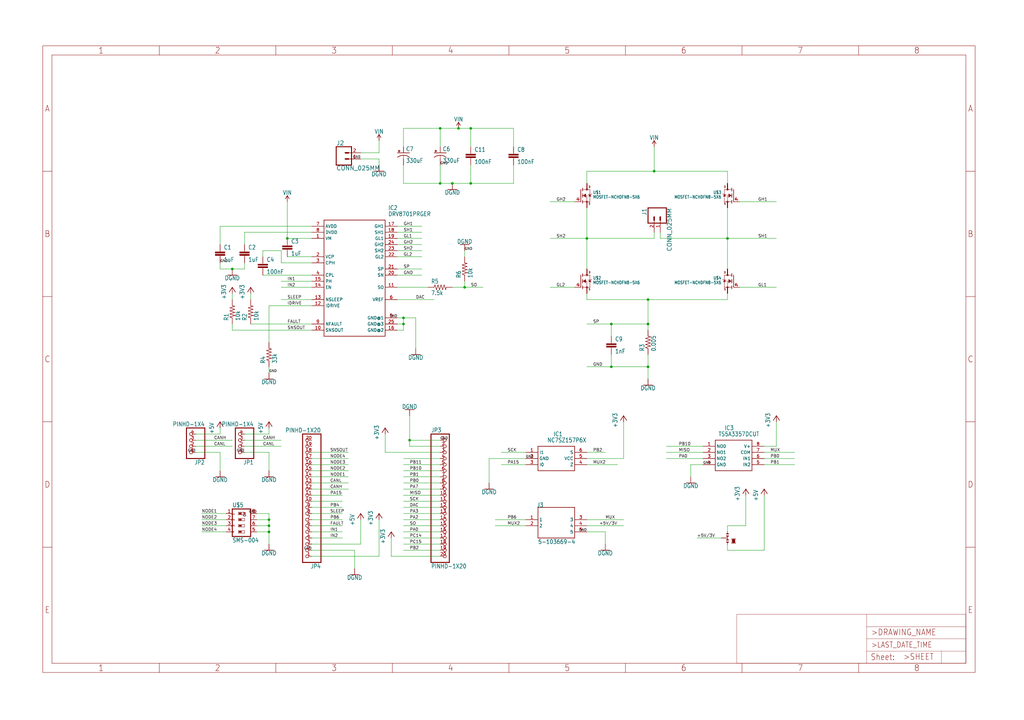
<source format=kicad_sch>
(kicad_sch (version 20211123) (generator eeschema)
  (paper "User" 425.45 299.161)
  (lib_symbols
    (symbol "arm controller single-eagle-import:+3V3" (power)
      (property "Value" "+3V3" (at -2.54 -5.08 90))
      (symbol "+3V3_1_0"
        (pin power_in line (at 0 -2.54 90) (length 2.54) (name "+3V3") (number "1"))
      )
    )
    (symbol "arm controller single-eagle-import:+5V" (power)
      (property "Value" "+5V" (at -2.54 -5.08 90))
      (symbol "+5V_1_0"
        (pin power_in line (at 0 -2.54 90) (length 2.54) (name "+5V") (number "1"))
      )
    )
    (symbol "arm controller single-eagle-import:0R-JUMPB"
      (symbol "0R-JUMPB_1_0"
        (pin passive line (at 0 2.54 270) (length 0) (name "1") (number "1"))
        (pin passive line (at 2.54 0 180) (length 2.54) (name "2") (number "2"))
        (pin passive line (at 0 -2.54 90) (length 0) (name "3") (number "3"))
      )
    )
    (symbol "arm controller single-eagle-import:5-103669-4"
      (property "Reference" "J" (at -8.1293 7.6287 0))
      (property "Value" "5-103669-4" (at -7.6272 -7.6272 0))
      (symbol "5-103669-4_1_0"
        (pin passive line (at -12.7 2.54 0) (length 5.08) (name "1") (number "1"))
        (pin passive line (at -12.7 0 0) (length 5.08) (name "2") (number "2"))
        (pin passive line (at 12.7 2.54 180) (length 5.08) (name "3") (number "3"))
        (pin passive line (at 12.7 0 180) (length 5.08) (name "4") (number "4"))
        (pin passive line (at 12.7 -2.54 180) (length 5.08) (name "5") (number "5"))
      )
    )
    (symbol "arm controller single-eagle-import:A3L-LOC"
      (symbol "A3L-LOC_0_0"
        (text "1" (at 24.2094 1.905 0) (effects (font (size 2.54 2.286))))
        (text "1" (at 24.2094 258.445 0) (effects (font (size 2.54 2.286))))
        (text "2" (at 72.6281 1.905 0) (effects (font (size 2.54 2.286))))
        (text "2" (at 72.6281 258.445 0) (effects (font (size 2.54 2.286))))
        (text "3" (at 121.0469 1.905 0) (effects (font (size 2.54 2.286))))
        (text "3" (at 121.0469 258.445 0) (effects (font (size 2.54 2.286))))
        (text "4" (at 169.4656 1.905 0) (effects (font (size 2.54 2.286))))
        (text "4" (at 169.4656 258.445 0) (effects (font (size 2.54 2.286))))
        (text "5" (at 217.8844 1.905 0) (effects (font (size 2.54 2.286))))
        (text "5" (at 217.8844 258.445 0) (effects (font (size 2.54 2.286))))
        (text "6" (at 266.3031 1.905 0) (effects (font (size 2.54 2.286))))
        (text "6" (at 266.3031 258.445 0) (effects (font (size 2.54 2.286))))
        (text "7" (at 314.7219 1.905 0) (effects (font (size 2.54 2.286))))
        (text "7" (at 314.7219 258.445 0) (effects (font (size 2.54 2.286))))
        (text "8" (at 363.1406 1.905 0) (effects (font (size 2.54 2.286))))
        (text "8" (at 363.1406 258.445 0) (effects (font (size 2.54 2.286))))
        (text "A" (at 1.905 234.315 0) (effects (font (size 2.54 2.286))))
        (text "A" (at 385.445 234.315 0) (effects (font (size 2.54 2.286))))
        (text "B" (at 1.905 182.245 0) (effects (font (size 2.54 2.286))))
        (text "B" (at 385.445 182.245 0) (effects (font (size 2.54 2.286))))
        (text "C" (at 1.905 130.175 0) (effects (font (size 2.54 2.286))))
        (text "C" (at 385.445 130.175 0) (effects (font (size 2.54 2.286))))
        (text "D" (at 1.905 78.105 0) (effects (font (size 2.54 2.286))))
        (text "D" (at 385.445 78.105 0) (effects (font (size 2.54 2.286))))
        (text "E" (at 1.905 26.035 0) (effects (font (size 2.54 2.286))))
        (text "E" (at 385.445 26.035 0) (effects (font (size 2.54 2.286))))
      )
      (symbol "A3L-LOC_1_0"
        (text ">DRAWING_NAME" (at 344.17 15.24 0) (effects (font (size 2.54 2.159)) (justify left bottom)))
        (text ">LAST_DATE_TIME" (at 344.17 10.16 0) (effects (font (size 2.286 1.9431)) (justify left bottom)))
        (text ">SHEET" (at 357.505 5.08 0) (effects (font (size 2.54 2.159)) (justify left bottom)))
        (text "Sheet:" (at 343.916 4.953 0) (effects (font (size 2.54 2.159)) (justify left bottom)))
      )
    )
    (symbol "arm controller single-eagle-import:C-EUC0805"
      (property "Reference" "C" (at 1.524 0.381 0))
      (property "Value" "C-EUC0805" (at 1.524 -4.699 0))
      (symbol "C-EUC0805_1_0"
        (pin passive line (at 0 2.54 270) (length 2.54) (name "1") (number "1"))
        (pin passive line (at 0 -5.08 90) (length 2.54) (name "2") (number "2"))
      )
    )
    (symbol "arm controller single-eagle-import:CONN_025MM"
      (property "Reference" "J" (at -2.54 5.588 0))
      (property "Value" "CONN_025MM" (at -2.54 -4.826 0))
      (symbol "CONN_025MM_1_0"
        (pin passive line (at 7.62 0 180) (length 5.08) (name "1") (number "1"))
        (pin passive line (at 7.62 2.54 180) (length 5.08) (name "2") (number "2"))
      )
    )
    (symbol "arm controller single-eagle-import:CPOL-US140CLH-1010"
      (property "Reference" "C" (at 1.016 0.635 0))
      (property "Value" "CPOL-US140CLH-1010" (at 1.016 -4.191 0))
      (symbol "CPOL-US140CLH-1010_1_0"
        (pin passive line (at 0 2.54 270) (length 2.54) (name "+") (number "+"))
        (pin passive line (at 0 -5.08 90) (length 2.54) (name "-") (number "-"))
      )
    )
    (symbol "arm controller single-eagle-import:DGND" (power)
      (property "Value" "DGND" (at 0 -0.254 0))
      (symbol "DGND_1_0"
        (pin power_in line (at 0 2.54 270) (length 2.54) (name "GND") (number "1"))
      )
    )
    (symbol "arm controller single-eagle-import:DRV8701PRGER"
      (property "Reference" "IC" (at 13.97 27.94 0))
      (property "Value" "DRV8701PRGER" (at 13.97 25.4 0))
      (symbol "DRV8701PRGER_1_0"
        (pin bidirectional line (at -17.78 15.24 0) (length 5.08) (name "VM") (number "1"))
        (pin bidirectional line (at -17.78 -22.86 0) (length 5.08) (name "SNSOUT") (number "10"))
        (pin bidirectional line (at 17.78 -5.08 180) (length 5.08) (name "SO") (number "11"))
        (pin bidirectional line (at -17.78 -12.7 0) (length 5.08) (name "IDRIVE") (number "12"))
        (pin bidirectional line (at -17.78 -10.16 0) (length 5.08) (name "NSLEEP") (number "13"))
        (pin bidirectional line (at -17.78 -5.08 0) (length 5.08) (name "EN") (number "14"))
        (pin bidirectional line (at -17.78 -2.54 0) (length 5.08) (name "PH") (number "15"))
        (pin bidirectional line (at 17.78 -22.86 180) (length 5.08) (name "GND@2") (number "16"))
        (pin bidirectional line (at 17.78 20.32 180) (length 5.08) (name "GH1") (number "17"))
        (pin bidirectional line (at 17.78 17.78 180) (length 5.08) (name "SH1") (number "18"))
        (pin bidirectional line (at 17.78 15.24 180) (length 5.08) (name "GL1") (number "19"))
        (pin bidirectional line (at -17.78 7.62 0) (length 5.08) (name "VCP") (number "2"))
        (pin bidirectional line (at 17.78 0 180) (length 5.08) (name "SN") (number "20"))
        (pin bidirectional line (at 17.78 2.54 180) (length 5.08) (name "SP") (number "21"))
        (pin bidirectional line (at 17.78 7.62 180) (length 5.08) (name "GL2") (number "22"))
        (pin bidirectional line (at 17.78 10.16 180) (length 5.08) (name "SH2") (number "23"))
        (pin bidirectional line (at 17.78 12.7 180) (length 5.08) (name "GH2") (number "24"))
        (pin bidirectional line (at 17.78 -20.32 180) (length 5.08) (name "GND@3") (number "25"))
        (pin bidirectional line (at -17.78 5.08 0) (length 5.08) (name "CPH") (number "3"))
        (pin bidirectional line (at -17.78 0 0) (length 5.08) (name "CPL") (number "4"))
        (pin bidirectional line (at 17.78 -17.78 180) (length 5.08) (name "GND@1") (number "5"))
        (pin bidirectional line (at 17.78 -10.16 180) (length 5.08) (name "VREF") (number "6"))
        (pin bidirectional line (at -17.78 20.32 0) (length 5.08) (name "AVDD") (number "7"))
        (pin bidirectional line (at -17.78 17.78 0) (length 5.08) (name "DVDD") (number "8"))
        (pin bidirectional line (at -17.78 -20.32 0) (length 5.08) (name "NFAULT") (number "9"))
      )
    )
    (symbol "arm controller single-eagle-import:MOSFET-NCHDFN8-5X6"
      (property "Value" "MOSFET-NCHDFN8-5X6" (at 0 -1.27 0))
      (symbol "MOSFET-NCHDFN8-5X6_1_0"
        (text "D" (at -1.905 3.175 0) (effects (font (size 0.8128 0.6908)) (justify left bottom)))
        (text "G" (at -6.35 -1.905 0) (effects (font (size 0.8128 0.6908)) (justify left bottom)))
        (text "S" (at -1.905 -3.81 0) (effects (font (size 0.8128 0.6908)) (justify left bottom)))
        (pin bidirectional line (at -2.54 -5.08 90) (length 2.54) (name "S") (number "1"))
        (pin bidirectional line (at -2.54 -5.08 90) (length 2.54) (name "S") (number "2"))
        (pin bidirectional line (at -2.54 -5.08 90) (length 2.54) (name "S") (number "3"))
        (pin bidirectional line (at -7.62 -2.54 0) (length 2.54) (name "G") (number "4"))
        (pin bidirectional line (at -2.54 5.08 270) (length 2.54) (name "D") (number "5"))
        (pin bidirectional line (at -2.54 5.08 270) (length 2.54) (name "D") (number "6"))
        (pin bidirectional line (at -2.54 5.08 270) (length 2.54) (name "D") (number "7"))
        (pin bidirectional line (at -2.54 5.08 270) (length 2.54) (name "D") (number "8"))
        (pin bidirectional line (at -2.54 5.08 270) (length 2.54) (name "D") (number "9"))
      )
    )
    (symbol "arm controller single-eagle-import:NC7SZ157P6X"
      (property "Reference" "IC" (at 8.89 10.16 0))
      (property "Value" "NC7SZ157P6X" (at 8.89 7.62 0))
      (symbol "NC7SZ157P6X_1_0"
        (pin input line (at -12.7 2.54 0) (length 5.08) (name "I1") (number "1"))
        (pin power_in line (at -12.7 0 0) (length 5.08) (name "GND") (number "2"))
        (pin input line (at -12.7 -2.54 0) (length 5.08) (name "I0") (number "3"))
        (pin output line (at 12.7 -2.54 180) (length 5.08) (name "Z") (number "4"))
        (pin power_in line (at 12.7 0 180) (length 5.08) (name "VCC") (number "5"))
        (pin input line (at 12.7 2.54 180) (length 5.08) (name "S") (number "6"))
      )
    )
    (symbol "arm controller single-eagle-import:PINHD-1X20"
      (property "Reference" "JP" (at -6.35 26.035 0))
      (property "Value" "PINHD-1X20" (at -6.35 -30.48 0))
      (symbol "PINHD-1X20_1_0"
        (pin passive inverted (at -2.54 22.86 0) (length 2.54) (name "1") (number "1"))
        (pin passive inverted (at -2.54 0 0) (length 2.54) (name "10") (number "10"))
        (pin passive inverted (at -2.54 -2.54 0) (length 2.54) (name "11") (number "11"))
        (pin passive inverted (at -2.54 -5.08 0) (length 2.54) (name "12") (number "12"))
        (pin passive inverted (at -2.54 -7.62 0) (length 2.54) (name "13") (number "13"))
        (pin passive inverted (at -2.54 -10.16 0) (length 2.54) (name "14") (number "14"))
        (pin passive inverted (at -2.54 -12.7 0) (length 2.54) (name "15") (number "15"))
        (pin passive inverted (at -2.54 -15.24 0) (length 2.54) (name "16") (number "16"))
        (pin passive inverted (at -2.54 -17.78 0) (length 2.54) (name "17") (number "17"))
        (pin passive inverted (at -2.54 -20.32 0) (length 2.54) (name "18") (number "18"))
        (pin passive inverted (at -2.54 -22.86 0) (length 2.54) (name "19") (number "19"))
        (pin passive inverted (at -2.54 20.32 0) (length 2.54) (name "2") (number "2"))
        (pin passive inverted (at -2.54 -25.4 0) (length 2.54) (name "20") (number "20"))
        (pin passive inverted (at -2.54 17.78 0) (length 2.54) (name "3") (number "3"))
        (pin passive inverted (at -2.54 15.24 0) (length 2.54) (name "4") (number "4"))
        (pin passive inverted (at -2.54 12.7 0) (length 2.54) (name "5") (number "5"))
        (pin passive inverted (at -2.54 10.16 0) (length 2.54) (name "6") (number "6"))
        (pin passive inverted (at -2.54 7.62 0) (length 2.54) (name "7") (number "7"))
        (pin passive inverted (at -2.54 5.08 0) (length 2.54) (name "8") (number "8"))
        (pin passive inverted (at -2.54 2.54 0) (length 2.54) (name "9") (number "9"))
      )
    )
    (symbol "arm controller single-eagle-import:PINHD-1X4"
      (property "Reference" "JP" (at -6.35 8.255 0))
      (property "Value" "PINHD-1X4" (at -6.35 -7.62 0))
      (symbol "PINHD-1X4_1_0"
        (pin passive inverted (at -2.54 5.08 0) (length 2.54) (name "1") (number "1"))
        (pin passive inverted (at -2.54 2.54 0) (length 2.54) (name "2") (number "2"))
        (pin passive inverted (at -2.54 0 0) (length 2.54) (name "3") (number "3"))
        (pin passive inverted (at -2.54 -2.54 0) (length 2.54) (name "4") (number "4"))
      )
    )
    (symbol "arm controller single-eagle-import:R-US_M0805"
      (property "Reference" "R" (at -3.81 1.4986 0))
      (property "Value" "R-US_M0805" (at -3.81 -3.302 0))
      (symbol "R-US_M0805_1_0"
        (pin passive line (at -5.08 0 0) (length 2.54) (name "1") (number "1"))
        (pin passive line (at 5.08 0 180) (length 2.54) (name "2") (number "2"))
      )
    )
    (symbol "arm controller single-eagle-import:R-US_WSC4527"
      (property "Reference" "R" (at -3.81 1.4986 0))
      (property "Value" "R-US_WSC4527" (at -3.81 -3.302 0))
      (symbol "R-US_WSC4527_1_0"
        (pin passive line (at -5.08 0 0) (length 2.54) (name "1") (number "1"))
        (pin passive line (at 5.08 0 180) (length 2.54) (name "2") (number "2"))
      )
    )
    (symbol "arm controller single-eagle-import:SMS-004"
      (property "Value" "SMS-004" (at 9.525 -2.54 90))
      (symbol "SMS-004_1_0"
        (text "1" (at -2.794 -1.651 0) (effects (font (size 0.9906 0.842) (thickness 0.1684) bold) (justify left bottom)))
        (text "2" (at -0.508 -1.651 0) (effects (font (size 0.9906 0.842) (thickness 0.1684) bold) (justify left bottom)))
        (text "3" (at 2.032 -1.651 0) (effects (font (size 0.9906 0.842) (thickness 0.1684) bold) (justify left bottom)))
        (text "4" (at 4.572 -1.651 0) (effects (font (size 0.9906 0.842) (thickness 0.1684) bold) (justify left bottom)))
        (text "ON" (at -3.175 3.175 0) (effects (font (size 0.9906 0.842) (thickness 0.1684) bold) (justify left bottom)))
        (pin passive line (at -2.54 -5.08 90) (length 2.54) (name "1") (number "1"))
        (pin passive line (at 0 -5.08 90) (length 2.54) (name "2") (number "2"))
        (pin passive line (at 2.54 -5.08 90) (length 2.54) (name "3") (number "3"))
        (pin passive line (at 5.08 -5.08 90) (length 2.54) (name "4") (number "4"))
        (pin passive line (at 5.08 7.62 270) (length 2.54) (name "5") (number "5"))
        (pin passive line (at 2.54 7.62 270) (length 2.54) (name "6") (number "6"))
        (pin passive line (at 0 7.62 270) (length 2.54) (name "7") (number "7"))
        (pin passive line (at -2.54 7.62 270) (length 2.54) (name "8") (number "8"))
      )
    )
    (symbol "arm controller single-eagle-import:TS5A3357DCUT"
      (property "Reference" "IC" (at 8.89 10.16 0))
      (property "Value" "TS5A3357DCUT" (at 8.89 7.62 0))
      (symbol "TS5A3357DCUT_1_0"
        (pin bidirectional line (at -12.7 2.54 0) (length 5.08) (name "NO0") (number "1"))
        (pin bidirectional line (at -12.7 0 0) (length 5.08) (name "NO1") (number "2"))
        (pin bidirectional line (at -12.7 -2.54 0) (length 5.08) (name "NO2") (number "3"))
        (pin power_in line (at -12.7 -5.08 0) (length 5.08) (name "GND") (number "4"))
        (pin input line (at 12.7 -5.08 180) (length 5.08) (name "IN2") (number "5"))
        (pin input line (at 12.7 -2.54 180) (length 5.08) (name "IN1") (number "6"))
        (pin bidirectional line (at 12.7 0 180) (length 5.08) (name "COM") (number "7"))
        (pin bidirectional line (at 12.7 2.54 180) (length 5.08) (name "V+") (number "8"))
      )
    )
    (symbol "arm controller single-eagle-import:VIN" (power)
      (property "Value" "VIN" (at 0 2.794 0))
      (symbol "VIN_1_0"
        (pin power_in line (at 0 0 90) (length 2.54) (name "VIN") (number "1"))
      )
    )
  )
  (junction (at 195.58 53.34))
  (junction (at 269.24 152.4))
  (junction (at 111.76 220.98))
  (junction (at 111.76 215.9))
  (junction (at 167.64 132.08))
  (junction (at 254 152.4))
  (junction (at 119.38 99.06))
  (junction (at 187.96 76.2))
  (junction (at 269.24 124.46))
  (junction (at 111.76 218.44))
  (junction (at 195.58 76.2))
  (junction (at 302.26 99.06))
  (junction (at 167.64 134.62))
  (junction (at 269.24 134.62))
  (junction (at 271.78 71.12))
  (junction (at 254 134.62))
  (junction (at 182.88 53.34))
  (junction (at 96.52 111.76))
  (junction (at 243.84 99.06))
  (junction (at 182.88 76.2))
  (junction (at 190.5 53.34))
  (junction (at 170.18 182.88))
  (junction (at 193.04 119.38))
  (wire (pts (xy 93.98 220.98) (xy 83.82 220.98)))
  (wire (pts (xy 147.32 228.6) (xy 147.32 236.22)))
  (wire (pts (xy 149.86 66.04) (xy 157.48 66.04)))
  (wire (pts (xy 129.54 187.96) (xy 144.78 187.96)))
  (wire (pts (xy 187.96 119.38) (xy 193.04 119.38)))
  (wire (pts (xy 274.32 96.52) (xy 274.32 99.06)))
  (wire (pts (xy 193.04 104.14) (xy 193.04 106.68)))
  (wire (pts (xy 167.64 134.62) (xy 167.64 132.08)))
  (wire (pts (xy 165.1 93.98) (xy 175.26 93.98)))
  (wire (pts (xy 302.26 220.98) (xy 302.26 218.44)))
  (wire (pts (xy 91.44 93.98) (xy 129.54 93.98)))
  (wire (pts (xy 165.1 101.6) (xy 175.26 101.6)))
  (wire (pts (xy 129.54 124.46) (xy 116.84 124.46)))
  (wire (pts (xy 317.5 205.74) (xy 317.5 228.6)))
  (wire (pts (xy 269.24 137.16) (xy 269.24 134.62)))
  (wire (pts (xy 309.88 205.74) (xy 309.88 218.44)))
  (wire (pts (xy 129.54 218.44) (xy 142.24 218.44)))
  (wire (pts (xy 111.76 187.96) (xy 111.76 195.58)))
  (wire (pts (xy 269.24 157.48) (xy 269.24 152.4)))
  (wire (pts (xy 101.6 182.88) (xy 116.84 182.88)))
  (wire (pts (xy 111.76 213.36) (xy 111.76 215.9)))
  (wire (pts (xy 292.1 187.96) (xy 276.86 187.96)))
  (wire (pts (xy 129.54 210.82) (xy 142.24 210.82)))
  (wire (pts (xy 182.88 185.42) (xy 170.18 185.42)))
  (wire (pts (xy 302.26 71.12) (xy 302.26 76.2)))
  (wire (pts (xy 167.64 53.34) (xy 167.64 60.96)))
  (wire (pts (xy 149.86 215.9) (xy 149.86 226.06)))
  (wire (pts (xy 111.76 127) (xy 111.76 142.24)))
  (wire (pts (xy 101.6 180.34) (xy 111.76 180.34)))
  (wire (pts (xy 302.26 111.76) (xy 302.26 99.06)))
  (wire (pts (xy 167.64 137.16) (xy 167.64 134.62)))
  (wire (pts (xy 111.76 218.44) (xy 111.76 220.98)))
  (wire (pts (xy 182.88 223.52) (xy 167.64 223.52)))
  (wire (pts (xy 182.88 193.04) (xy 167.64 193.04)))
  (wire (pts (xy 302.26 124.46) (xy 302.26 121.92)))
  (wire (pts (xy 111.76 180.34) (xy 111.76 177.8)))
  (wire (pts (xy 182.88 76.2) (xy 187.96 76.2)))
  (wire (pts (xy 129.54 226.06) (xy 149.86 226.06)))
  (wire (pts (xy 119.38 83.82) (xy 119.38 99.06)))
  (wire (pts (xy 165.1 137.16) (xy 167.64 137.16)))
  (wire (pts (xy 243.84 218.44) (xy 259.08 218.44)))
  (wire (pts (xy 129.54 215.9) (xy 142.24 215.9)))
  (wire (pts (xy 243.84 124.46) (xy 269.24 124.46)))
  (wire (pts (xy 157.48 215.9) (xy 157.48 231.14)))
  (wire (pts (xy 195.58 53.34) (xy 195.58 60.96)))
  (wire (pts (xy 96.52 111.76) (xy 101.6 111.76)))
  (wire (pts (xy 254 139.7) (xy 254 134.62)))
  (wire (pts (xy 162.56 231.14) (xy 182.88 231.14)))
  (wire (pts (xy 101.6 185.42) (xy 116.84 185.42)))
  (wire (pts (xy 218.44 187.96) (xy 208.28 187.96)))
  (wire (pts (xy 96.52 124.46) (xy 96.52 121.92)))
  (wire (pts (xy 129.54 116.84) (xy 116.84 116.84)))
  (wire (pts (xy 302.26 226.06) (xy 302.26 228.6)))
  (wire (pts (xy 111.76 215.9) (xy 111.76 218.44)))
  (wire (pts (xy 238.76 83.82) (xy 228.6 83.82)))
  (wire (pts (xy 109.22 104.14) (xy 109.22 106.68)))
  (wire (pts (xy 182.88 190.5) (xy 167.64 190.5)))
  (wire (pts (xy 182.88 205.74) (xy 167.64 205.74)))
  (wire (pts (xy 129.54 109.22) (xy 116.84 109.22)))
  (wire (pts (xy 292.1 193.04) (xy 287.02 193.04)))
  (wire (pts (xy 302.26 228.6) (xy 317.5 228.6)))
  (wire (pts (xy 116.84 104.14) (xy 109.22 104.14)))
  (wire (pts (xy 157.48 66.04) (xy 157.48 68.58)))
  (wire (pts (xy 129.54 119.38) (xy 116.84 119.38)))
  (wire (pts (xy 218.44 190.5) (xy 203.2 190.5)))
  (wire (pts (xy 129.54 190.5) (xy 144.78 190.5)))
  (wire (pts (xy 129.54 134.62) (xy 104.14 134.62)))
  (wire (pts (xy 218.44 218.44) (xy 205.74 218.44)))
  (wire (pts (xy 109.22 114.3) (xy 129.54 114.3)))
  (wire (pts (xy 292.1 185.42) (xy 276.86 185.42)))
  (wire (pts (xy 243.84 220.98) (xy 251.46 220.98)))
  (wire (pts (xy 106.68 220.98) (xy 111.76 220.98)))
  (wire (pts (xy 165.1 119.38) (xy 177.8 119.38)))
  (wire (pts (xy 129.54 195.58) (xy 144.78 195.58)))
  (wire (pts (xy 251.46 220.98) (xy 251.46 226.06)))
  (wire (pts (xy 182.88 187.96) (xy 160.02 187.96)))
  (wire (pts (xy 307.34 83.82) (xy 322.58 83.82)))
  (wire (pts (xy 111.76 127) (xy 129.54 127)))
  (wire (pts (xy 81.28 182.88) (xy 96.52 182.88)))
  (wire (pts (xy 243.84 193.04) (xy 256.54 193.04)))
  (wire (pts (xy 101.6 111.76) (xy 101.6 109.22)))
  (wire (pts (xy 165.1 106.68) (xy 175.26 106.68)))
  (wire (pts (xy 160.02 187.96) (xy 160.02 180.34)))
  (wire (pts (xy 238.76 119.38) (xy 228.6 119.38)))
  (wire (pts (xy 91.44 109.22) (xy 91.44 111.76)))
  (wire (pts (xy 91.44 93.98) (xy 91.44 101.6)))
  (wire (pts (xy 254 134.62) (xy 269.24 134.62)))
  (wire (pts (xy 213.36 53.34) (xy 213.36 60.96)))
  (wire (pts (xy 302.26 99.06) (xy 302.26 86.36)))
  (wire (pts (xy 182.88 208.28) (xy 167.64 208.28)))
  (wire (pts (xy 111.76 220.98) (xy 111.76 226.06)))
  (wire (pts (xy 182.88 53.34) (xy 167.64 53.34)))
  (wire (pts (xy 182.88 53.34) (xy 190.5 53.34)))
  (wire (pts (xy 91.44 187.96) (xy 91.44 195.58)))
  (wire (pts (xy 149.86 63.5) (xy 157.48 63.5)))
  (wire (pts (xy 269.24 152.4) (xy 269.24 147.32)))
  (wire (pts (xy 182.88 198.12) (xy 167.64 198.12)))
  (wire (pts (xy 129.54 96.52) (xy 101.6 96.52)))
  (wire (pts (xy 116.84 109.22) (xy 116.84 104.14)))
  (wire (pts (xy 81.28 185.42) (xy 96.52 185.42)))
  (wire (pts (xy 91.44 180.34) (xy 91.44 177.8)))
  (wire (pts (xy 129.54 198.12) (xy 144.78 198.12)))
  (wire (pts (xy 129.54 228.6) (xy 147.32 228.6)))
  (wire (pts (xy 243.84 187.96) (xy 251.46 187.96)))
  (wire (pts (xy 203.2 190.5) (xy 203.2 200.66)))
  (wire (pts (xy 243.84 111.76) (xy 243.84 99.06)))
  (wire (pts (xy 299.72 223.52) (xy 289.56 223.52)))
  (wire (pts (xy 182.88 220.98) (xy 167.64 220.98)))
  (wire (pts (xy 243.84 215.9) (xy 259.08 215.9)))
  (wire (pts (xy 182.88 228.6) (xy 167.64 228.6)))
  (wire (pts (xy 106.68 218.44) (xy 111.76 218.44)))
  (wire (pts (xy 182.88 210.82) (xy 167.64 210.82)))
  (wire (pts (xy 317.5 187.96) (xy 330.2 187.96)))
  (wire (pts (xy 129.54 200.66) (xy 144.78 200.66)))
  (wire (pts (xy 182.88 53.34) (xy 182.88 60.96)))
  (wire (pts (xy 182.88 200.66) (xy 167.64 200.66)))
  (wire (pts (xy 276.86 190.5) (xy 292.1 190.5)))
  (wire (pts (xy 111.76 154.94) (xy 111.76 152.4)))
  (wire (pts (xy 129.54 223.52) (xy 142.24 223.52)))
  (wire (pts (xy 193.04 119.38) (xy 200.66 119.38)))
  (wire (pts (xy 271.78 60.96) (xy 271.78 71.12)))
  (wire (pts (xy 172.72 132.08) (xy 172.72 144.78)))
  (wire (pts (xy 129.54 137.16) (xy 96.52 137.16)))
  (wire (pts (xy 165.1 99.06) (xy 175.26 99.06)))
  (wire (pts (xy 104.14 121.92) (xy 104.14 124.46)))
  (wire (pts (xy 195.58 76.2) (xy 195.58 68.58)))
  (wire (pts (xy 307.34 119.38) (xy 322.58 119.38)))
  (wire (pts (xy 218.44 193.04) (xy 208.28 193.04)))
  (wire (pts (xy 195.58 53.34) (xy 213.36 53.34)))
  (wire (pts (xy 129.54 99.06) (xy 119.38 99.06)))
  (wire (pts (xy 167.64 203.2) (xy 182.88 203.2)))
  (wire (pts (xy 165.1 111.76) (xy 175.26 111.76)))
  (wire (pts (xy 254 152.4) (xy 269.24 152.4)))
  (wire (pts (xy 93.98 218.44) (xy 83.82 218.44)))
  (wire (pts (xy 269.24 134.62) (xy 269.24 124.46)))
  (wire (pts (xy 182.88 213.36) (xy 167.64 213.36)))
  (wire (pts (xy 182.88 218.44) (xy 167.64 218.44)))
  (wire (pts (xy 193.04 116.84) (xy 193.04 119.38)))
  (wire (pts (xy 287.02 193.04) (xy 287.02 198.12)))
  (wire (pts (xy 170.18 185.42) (xy 170.18 182.88)))
  (wire (pts (xy 106.68 213.36) (xy 111.76 213.36)))
  (wire (pts (xy 129.54 208.28) (xy 142.24 208.28)))
  (wire (pts (xy 243.84 190.5) (xy 259.08 190.5)))
  (wire (pts (xy 271.78 71.12) (xy 302.26 71.12)))
  (wire (pts (xy 190.5 53.34) (xy 195.58 53.34)))
  (wire (pts (xy 93.98 213.36) (xy 83.82 213.36)))
  (wire (pts (xy 243.84 76.2) (xy 243.84 71.12)))
  (wire (pts (xy 129.54 205.74) (xy 142.24 205.74)))
  (wire (pts (xy 254 147.32) (xy 254 152.4)))
  (wire (pts (xy 243.84 99.06) (xy 271.78 99.06)))
  (wire (pts (xy 129.54 231.14) (xy 157.48 231.14)))
  (wire (pts (xy 317.5 185.42) (xy 322.58 185.42)))
  (wire (pts (xy 165.1 124.46) (xy 180.34 124.46)))
  (wire (pts (xy 243.84 121.92) (xy 243.84 124.46)))
  (wire (pts (xy 81.28 180.34) (xy 91.44 180.34)))
  (wire (pts (xy 129.54 203.2) (xy 144.78 203.2)))
  (wire (pts (xy 254 152.4) (xy 243.84 152.4)))
  (wire (pts (xy 182.88 195.58) (xy 167.64 195.58)))
  (wire (pts (xy 187.96 76.2) (xy 195.58 76.2)))
  (wire (pts (xy 243.84 99.06) (xy 243.84 86.36)))
  (wire (pts (xy 129.54 220.98) (xy 142.24 220.98)))
  (wire (pts (xy 269.24 124.46) (xy 302.26 124.46)))
  (wire (pts (xy 81.28 187.96) (xy 91.44 187.96)))
  (wire (pts (xy 170.18 182.88) (xy 170.18 172.72)))
  (wire (pts (xy 162.56 223.52) (xy 162.56 231.14)))
  (wire (pts (xy 182.88 226.06) (xy 167.64 226.06)))
  (wire (pts (xy 302.26 99.06) (xy 322.58 99.06)))
  (wire (pts (xy 129.54 106.68) (xy 119.38 106.68)))
  (wire (pts (xy 167.64 132.08) (xy 172.72 132.08)))
  (wire (pts (xy 167.64 76.2) (xy 182.88 76.2)))
  (wire (pts (xy 322.58 185.42) (xy 322.58 175.26)))
  (wire (pts (xy 254 134.62) (xy 243.84 134.62)))
  (wire (pts (xy 213.36 76.2) (xy 195.58 76.2)))
  (wire (pts (xy 243.84 99.06) (xy 228.6 99.06)))
  (wire (pts (xy 259.08 190.5) (xy 259.08 175.26)))
  (wire (pts (xy 129.54 213.36) (xy 142.24 213.36)))
  (wire (pts (xy 101.6 96.52) (xy 101.6 101.6)))
  (wire (pts (xy 182.88 215.9) (xy 167.64 215.9)))
  (wire (pts (xy 218.44 215.9) (xy 205.74 215.9)))
  (wire (pts (xy 302.26 218.44) (xy 309.88 218.44)))
  (wire (pts (xy 317.5 190.5) (xy 330.2 190.5)))
  (wire (pts (xy 91.44 111.76) (xy 96.52 111.76)))
  (wire (pts (xy 129.54 193.04) (xy 144.78 193.04)))
  (wire (pts (xy 96.52 137.16) (xy 96.52 134.62)))
  (wire (pts (xy 213.36 68.58) (xy 213.36 76.2)))
  (wire (pts (xy 165.1 104.14) (xy 175.26 104.14)))
  (wire (pts (xy 182.88 68.58) (xy 182.88 76.2)))
  (wire (pts (xy 165.1 114.3) (xy 175.26 114.3)))
  (wire (pts (xy 157.48 63.5) (xy 157.48 58.42)))
  (wire (pts (xy 317.5 193.04) (xy 330.2 193.04)))
  (wire (pts (xy 274.32 99.06) (xy 302.26 99.06)))
  (wire (pts (xy 165.1 96.52) (xy 175.26 96.52)))
  (wire (pts (xy 165.1 134.62) (xy 167.64 134.62)))
  (wire (pts (xy 106.68 215.9) (xy 111.76 215.9)))
  (wire (pts (xy 93.98 215.9) (xy 83.82 215.9)))
  (wire (pts (xy 170.18 182.88) (xy 182.88 182.88)))
  (wire (pts (xy 101.6 187.96) (xy 111.76 187.96)))
  (wire (pts (xy 165.1 132.08) (xy 167.64 132.08)))
  (wire (pts (xy 243.84 71.12) (xy 271.78 71.12)))
  (wire (pts (xy 167.64 68.58) (xy 167.64 76.2)))
  (wire (pts (xy 271.78 99.06) (xy 271.78 96.52)))
  (label "PB4" (at 137.16 210.82 0) (effects (font (size 1.2446 1.2446))))
  (label "SO" (at 195.58 119.38 0) (effects (font (size 1.2446 1.2446))))
  (label "CANL" (at 109.22 185.42 0) (effects (font (size 1.2446 1.2446))))
  (label "IDRIVE" (at 119.38 127 0) (effects (font (size 1.2446 1.2446))))
  (label "SLEEP" (at 119.38 124.46 0) (effects (font (size 1.2446 1.2446))))
  (label "PB6" (at 210.82 215.9 0) (effects (font (size 1.2446 1.2446))))
  (label "SO" (at 170.18 218.44 0) (effects (font (size 1.2446 1.2446))))
  (label "MUX2" (at 210.82 218.44 0) (effects (font (size 1.2446 1.2446))))
  (label "GND" (at 182.88 68.58 0) (effects (font (size 1.016 1.016))))
  (label "GND" (at 111.76 154.94 0) (effects (font (size 1.016 1.016))))
  (label "NODE4" (at 137.16 190.5 0) (effects (font (size 1.2446 1.2446))))
  (label "PB2" (at 170.18 228.6 0) (effects (font (size 1.2446 1.2446))))
  (label "PB0" (at 320.04 190.5 0) (effects (font (size 1.2446 1.2446))))
  (label "SH2" (at 167.64 104.14 0) (effects (font (size 1.2446 1.2446))))
  (label "NODE2" (at 137.16 195.58 0) (effects (font (size 1.2446 1.2446))))
  (label "SNSOUT" (at 137.16 187.96 0) (effects (font (size 1.2446 1.2446))))
  (label "IN2" (at 137.16 223.52 0) (effects (font (size 1.2446 1.2446))))
  (label "GH2" (at 231.14 83.82 0) (effects (font (size 1.2446 1.2446))))
  (label "PA0" (at 281.94 190.5 0) (effects (font (size 1.2446 1.2446))))
  (label "MISO" (at 170.18 205.74 0) (effects (font (size 1.2446 1.2446))))
  (label "GND" (at 292.1 193.04 0) (effects (font (size 1.016 1.016))))
  (label "PA3" (at 170.18 213.36 0) (effects (font (size 1.2446 1.2446))))
  (label "PA15" (at 137.16 205.74 0) (effects (font (size 1.2446 1.2446))))
  (label "SCK" (at 170.18 208.28 0) (effects (font (size 1.2446 1.2446))))
  (label "GND" (at 91.44 109.22 0) (effects (font (size 1.016 1.016))))
  (label "GND" (at 167.64 114.3 0) (effects (font (size 1.2446 1.2446))))
  (label "PB0" (at 170.18 200.66 0) (effects (font (size 1.2446 1.2446))))
  (label "GH2" (at 167.64 101.6 0) (effects (font (size 1.2446 1.2446))))
  (label "PB1" (at 320.04 193.04 0) (effects (font (size 1.2446 1.2446))))
  (label "GL1" (at 167.64 99.06 0) (effects (font (size 1.2446 1.2446))))
  (label "FAULT" (at 137.16 218.44 0) (effects (font (size 1.2446 1.2446))))
  (label "NODE1" (at 83.82 213.36 0) (effects (font (size 1.2446 1.2446))))
  (label "PB2" (at 246.38 187.96 0) (effects (font (size 1.2446 1.2446))))
  (label "GL2" (at 231.14 119.38 0) (effects (font (size 1.2446 1.2446))))
  (label "PA7" (at 170.18 203.2 0) (effects (font (size 1.2446 1.2446))))
  (label "PC15" (at 170.18 226.06 0) (effects (font (size 1.2446 1.2446))))
  (label "GND" (at 193.04 104.14 0) (effects (font (size 1.016 1.016))))
  (label "IN1" (at 137.16 220.98 0) (effects (font (size 1.2446 1.2446))))
  (label "SLEEP" (at 137.16 213.36 0) (effects (font (size 1.2446 1.2446))))
  (label "PB10" (at 281.94 185.42 0) (effects (font (size 1.2446 1.2446))))
  (label "GND" (at 243.84 220.98 180) (effects (font (size 1.016 1.016))))
  (label "CANH" (at 109.22 182.88 0) (effects (font (size 1.2446 1.2446))))
  (label "PA2" (at 170.18 215.9 0) (effects (font (size 1.2446 1.2446))))
  (label "NODE2" (at 83.82 215.9 0) (effects (font (size 1.2446 1.2446))))
  (label "PA15" (at 210.82 193.04 0) (effects (font (size 1.2446 1.2446))))
  (label "GH1" (at 167.64 93.98 0) (effects (font (size 1.2446 1.2446))))
  (label "MUX" (at 251.46 215.9 0) (effects (font (size 1.2446 1.2446))))
  (label "CANL" (at 137.16 200.66 0) (effects (font (size 1.2446 1.2446))))
  (label "CANH" (at 88.9 182.88 0) (effects (font (size 1.2446 1.2446))))
  (label "GND" (at 149.86 66.04 180) (effects (font (size 1.016 1.016))))
  (label "PB11" (at 170.18 193.04 0) (effects (font (size 1.2446 1.2446))))
  (label "PC14" (at 170.18 223.52 0) (effects (font (size 1.2446 1.2446))))
  (label "PB1" (at 170.18 198.12 0) (effects (font (size 1.2446 1.2446))))
  (label "SP" (at 246.38 134.62 0) (effects (font (size 1.2446 1.2446))))
  (label "SH2" (at 231.14 99.06 0) (effects (font (size 1.2446 1.2446))))
  (label "+5V/3V" (at 248.92 218.44 0) (effects (font (size 1.2446 1.2446))))
  (label "GL1" (at 314.96 119.38 0) (effects (font (size 1.2446 1.2446))))
  (label "GND" (at 165.1 132.08 180) (effects (font (size 1.016 1.016))))
  (label "DAC" (at 170.18 210.82 0) (effects (font (size 1.2446 1.2446))))
  (label "IN1" (at 119.38 116.84 0) (effects (font (size 1.2446 1.2446))))
  (label "GND" (at 106.68 213.36 180) (effects (font (size 1.016 1.016))))
  (label "SH1" (at 167.64 96.52 0) (effects (font (size 1.2446 1.2446))))
  (label "SH1" (at 314.96 99.06 0) (effects (font (size 1.2446 1.2446))))
  (label "SNSOUT" (at 119.38 137.16 0) (effects (font (size 1.2446 1.2446))))
  (label "NODE4" (at 83.82 220.98 0) (effects (font (size 1.2446 1.2446))))
  (label "NODE3" (at 137.16 193.04 0) (effects (font (size 1.2446 1.2446))))
  (label "DAC" (at 172.72 124.46 0) (effects (font (size 1.2446 1.2446))))
  (label "SP" (at 167.64 111.76 0) (effects (font (size 1.2446 1.2446))))
  (label "GND" (at 129.54 228.6 180) (effects (font (size 1.016 1.016))))
  (label "GH1" (at 314.96 83.82 0) (effects (font (size 1.2446 1.2446))))
  (label "NODE3" (at 83.82 218.44 0) (effects (font (size 1.2446 1.2446))))
  (label "SCK" (at 210.82 187.96 0) (effects (font (size 1.2446 1.2446))))
  (label "NODE1" (at 137.16 198.12 0) (effects (font (size 1.2446 1.2446))))
  (label "PB6" (at 137.16 215.9 0) (effects (font (size 1.2446 1.2446))))
  (label "IN2" (at 119.38 119.38 0) (effects (font (size 1.2446 1.2446))))
  (label "FAULT" (at 119.38 134.62 0) (effects (font (size 1.2446 1.2446))))
  (label "+5V/3V" (at 289.56 223.52 0) (effects (font (size 1.2446 1.2446))))
  (label "GND" (at 182.88 182.88 0) (effects (font (size 1.016 1.016))))
  (label "GND" (at 81.28 187.96 180) (effects (font (size 1.016 1.016))))
  (label "CANL" (at 88.9 185.42 0) (effects (font (size 1.2446 1.2446))))
  (label "GND" (at 246.38 152.4 0) (effects (font (size 1.2446 1.2446))))
  (label "PB10" (at 170.18 195.58 0) (effects (font (size 1.2446 1.2446))))
  (label "PA0" (at 170.18 220.98 0) (effects (font (size 1.2446 1.2446))))
  (label "CANH" (at 137.16 203.2 0) (effects (font (size 1.2446 1.2446))))
  (label "GL2" (at 167.64 106.68 0) (effects (font (size 1.2446 1.2446))))
  (label "GND" (at 218.44 190.5 0) (effects (font (size 1.016 1.016))))
  (label "MUX2" (at 246.38 193.04 0) (effects (font (size 1.2446 1.2446))))
  (label "MUX" (at 320.04 187.96 0) (effects (font (size 1.2446 1.2446))))
  (label "GND" (at 101.6 187.96 180) (effects (font (size 1.016 1.016))))
  (label "MISO" (at 281.94 187.96 0) (effects (font (size 1.2446 1.2446))))
  (symbol (lib_id "arm controller single-eagle-import:CPOL-US140CLH-1010") (at 167.64 63.5 0) (unit 1)
    (property "Reference" "C7" (at 168.656 62.865 0) (effects (font (size 1.778 1.5113)) (justify left bottom)))
    (property "Value" "330uF" (at 168.656 67.691 0) (effects (font (size 1.778 1.5113)) (justify left bottom)))
    (property "Footprint" "arm controller single:140CLH-1010" (effects hide))
  )
  (symbol (lib_id "arm controller single-eagle-import:C-EUC0805") (at 101.6 104.14 0) (unit 1)
    (property "Reference" "C2" (at 103.124 103.759 0) (effects (font (size 1.778 1.5113)) (justify left bottom)))
    (property "Value" "1uF" (at 103.124 108.839 0) (effects (font (size 1.778 1.5113)) (justify left bottom)))
    (property "Footprint" "arm controller single:C0805" (effects hide))
  )
  (symbol (lib_id "arm controller single-eagle-import:+3V3") (at 160.02 177.8 0) (unit 1)
    (property "Reference" "#+3V1" (effects hide))
    (property "Value" "+3V3" (at 157.48 182.88 90) (effects (font (size 1.778 1.5113)) (justify left bottom)))
    (property "Footprint" "arm controller single:" (effects hide))
  )
  (symbol (lib_id "arm controller single-eagle-import:C-EUC0805") (at 119.38 101.6 0) (unit 1)
    (property "Reference" "C3" (at 120.904 101.219 0) (effects (font (size 1.778 1.5113)) (justify left bottom)))
    (property "Value" "1uF" (at 120.904 106.299 0) (effects (font (size 1.778 1.5113)) (justify left bottom)))
    (property "Footprint" "arm controller single:C0805" (effects hide))
  )
  (symbol (lib_id "arm controller single-eagle-import:0R-JUMPB") (at 302.26 223.52 180) (unit 1)
    (property "Reference" "JMP1" (effects hide))
    (property "Value" "0R-JUMPB" (effects hide))
    (property "Footprint" "arm controller single:B0R-JMP" (effects hide))
  )
  (symbol (lib_id "arm controller single-eagle-import:C-EUC0805") (at 254 142.24 0) (unit 1)
    (property "Reference" "C9" (at 255.524 141.859 0) (effects (font (size 1.778 1.5113)) (justify left bottom)))
    (property "Value" "1nF" (at 255.524 146.939 0) (effects (font (size 1.778 1.5113)) (justify left bottom)))
    (property "Footprint" "arm controller single:C0805" (effects hide))
  )
  (symbol (lib_id "arm controller single-eagle-import:+3V3") (at 104.14 119.38 0) (unit 1)
    (property "Reference" "#+3V8" (effects hide))
    (property "Value" "+3V3" (at 101.6 124.46 90) (effects (font (size 1.778 1.5113)) (justify left bottom)))
    (property "Footprint" "arm controller single:" (effects hide))
  )
  (symbol (lib_id "arm controller single-eagle-import:DRV8701PRGER") (at 147.32 114.3 0) (unit 1)
    (property "Reference" "IC2" (at 161.29 86.36 0) (effects (font (size 1.778 1.5113)) (justify left)))
    (property "Value" "DRV8701PRGER" (at 161.29 88.9 0) (effects (font (size 1.778 1.5113)) (justify left)))
    (property "Footprint" "arm controller single:QFN50P400X400X100-25N" (effects hide))
  )
  (symbol (lib_id "arm controller single-eagle-import:DGND") (at 96.52 114.3 0) (unit 1)
    (property "Reference" "#GND6" (effects hide))
    (property "Value" "DGND" (at 96.52 114.554 0) (effects (font (size 1.778 1.5113)) (justify top)))
    (property "Footprint" "arm controller single:" (effects hide))
  )
  (symbol (lib_id "arm controller single-eagle-import:CONN_025MM") (at 274.32 88.9 90) (mirror x) (unit 1)
    (property "Reference" "J1" (at 268.732 86.36 0) (effects (font (size 1.778 1.778)) (justify left bottom)))
    (property "Value" "CONN_025MM" (at 279.146 86.36 0) (effects (font (size 1.778 1.778)) (justify left bottom)))
    (property "Footprint" "arm controller single:SCREWTERMINAL-5MM-2" (effects hide))
  )
  (symbol (lib_id "arm controller single-eagle-import:R-US_M0805") (at 111.76 147.32 90) (unit 1)
    (property "Reference" "R4" (at 110.2614 151.13 0) (effects (font (size 1.778 1.5113)) (justify left bottom)))
    (property "Value" "33k" (at 115.062 151.13 0) (effects (font (size 1.778 1.5113)) (justify left bottom)))
    (property "Footprint" "arm controller single:M0805" (effects hide))
  )
  (symbol (lib_id "arm controller single-eagle-import:C-EUC0805") (at 213.36 63.5 0) (unit 1)
    (property "Reference" "C8" (at 214.884 63.119 0) (effects (font (size 1.778 1.5113)) (justify left bottom)))
    (property "Value" "100nF" (at 214.884 68.199 0) (effects (font (size 1.778 1.5113)) (justify left bottom)))
    (property "Footprint" "arm controller single:C0805" (effects hide))
  )
  (symbol (lib_id "arm controller single-eagle-import:DGND") (at 91.44 198.12 0) (unit 1)
    (property "Reference" "#GND19" (effects hide))
    (property "Value" "DGND" (at 91.44 198.374 0) (effects (font (size 1.778 1.5113)) (justify top)))
    (property "Footprint" "arm controller single:" (effects hide))
  )
  (symbol (lib_id "arm controller single-eagle-import:C-EUC0805") (at 109.22 109.22 0) (unit 1)
    (property "Reference" "C4" (at 110.744 108.839 0) (effects (font (size 1.778 1.5113)) (justify left bottom)))
    (property "Value" "100nF" (at 110.744 113.919 0) (effects (font (size 1.778 1.5113)) (justify left bottom)))
    (property "Footprint" "arm controller single:C0805" (effects hide))
  )
  (symbol (lib_id "arm controller single-eagle-import:TS5A3357DCUT") (at 304.8 187.96 0) (unit 1)
    (property "Reference" "IC3" (at 300.99 177.8 0) (effects (font (size 1.778 1.5113)) (justify left)))
    (property "Value" "TS5A3357DCUT" (at 298.45 180.34 0) (effects (font (size 1.778 1.5113)) (justify left)))
    (property "Footprint" "arm controller single:SOP50P310X90-8N" (effects hide))
  )
  (symbol (lib_id "arm controller single-eagle-import:MOSFET-NCHDFN8-5X6") (at 246.38 116.84 0) (unit 1)
    (property "Reference" "U$2" (at 246.38 116.205 0) (effects (font (size 1.27 1.0795)) (justify left bottom)))
    (property "Value" "MOSFET-NCHDFN8-5X6" (at 246.38 118.11 0) (effects (font (size 1.27 1.0795)) (justify left bottom)))
    (property "Footprint" "arm controller single:ALOM_DFN5X6_8L_EP1_P" (effects hide))
  )
  (symbol (lib_id "arm controller single-eagle-import:C-EUC0805") (at 91.44 104.14 0) (unit 1)
    (property "Reference" "C1" (at 92.964 103.759 0) (effects (font (size 1.778 1.5113)) (justify left bottom)))
    (property "Value" "1uF" (at 92.964 108.839 0) (effects (font (size 1.778 1.5113)) (justify left bottom)))
    (property "Footprint" "arm controller single:C0805" (effects hide))
  )
  (symbol (lib_id "arm controller single-eagle-import:DGND") (at 203.2 203.2 0) (unit 1)
    (property "Reference" "#GND3" (effects hide))
    (property "Value" "DGND" (at 203.2 203.454 0) (effects (font (size 1.778 1.5113)) (justify top)))
    (property "Footprint" "arm controller single:" (effects hide))
  )
  (symbol (lib_id "arm controller single-eagle-import:DGND") (at 147.32 238.76 0) (unit 1)
    (property "Reference" "#GND2" (effects hide))
    (property "Value" "DGND" (at 147.32 239.014 0) (effects (font (size 1.778 1.5113)) (justify top)))
    (property "Footprint" "arm controller single:" (effects hide))
  )
  (symbol (lib_id "arm controller single-eagle-import:DGND") (at 251.46 228.6 0) (unit 1)
    (property "Reference" "#GND24" (effects hide))
    (property "Value" "DGND" (at 251.46 228.854 0) (effects (font (size 1.778 1.5113)) (justify top)))
    (property "Footprint" "arm controller single:" (effects hide))
  )
  (symbol (lib_id "arm controller single-eagle-import:DGND") (at 193.04 101.6 180) (unit 1)
    (property "Reference" "#GND10" (effects hide))
    (property "Value" "DGND" (at 193.04 101.346 0) (effects (font (size 1.778 1.5113)) (justify top)))
    (property "Footprint" "arm controller single:" (effects hide))
  )
  (symbol (lib_id "arm controller single-eagle-import:+5V") (at 149.86 213.36 0) (unit 1)
    (property "Reference" "#P+1" (effects hide))
    (property "Value" "+5V" (at 147.32 218.44 90) (effects (font (size 1.778 1.5113)) (justify left bottom)))
    (property "Footprint" "arm controller single:" (effects hide))
  )
  (symbol (lib_id "arm controller single-eagle-import:0R-JUMPB") (at 304.8 226.06 180) (unit 2)
    (property "Reference" "JMP1" (effects hide))
    (property "Value" "0R-JUMPB" (effects hide))
    (property "Footprint" "arm controller single:B0R-JMP" (effects hide))
  )
  (symbol (lib_id "arm controller single-eagle-import:+3V3") (at 322.58 172.72 0) (unit 1)
    (property "Reference" "#+3V5" (effects hide))
    (property "Value" "+3V3" (at 320.04 177.8 90) (effects (font (size 1.778 1.5113)) (justify left bottom)))
    (property "Footprint" "arm controller single:" (effects hide))
  )
  (symbol (lib_id "arm controller single-eagle-import:PINHD-1X20") (at 127 208.28 180) (unit 1)
    (property "Reference" "JP4" (at 133.35 234.315 0) (effects (font (size 1.778 1.5113)) (justify left bottom)))
    (property "Value" "PINHD-1X20" (at 133.35 177.8 0) (effects (font (size 1.778 1.5113)) (justify left bottom)))
    (property "Footprint" "arm controller single:1X20" (effects hide))
  )
  (symbol (lib_id "arm controller single-eagle-import:DGND") (at 157.48 71.12 0) (unit 1)
    (property "Reference" "#GND14" (effects hide))
    (property "Value" "DGND" (at 157.48 71.374 0) (effects (font (size 1.778 1.5113)) (justify top)))
    (property "Footprint" "arm controller single:" (effects hide))
  )
  (symbol (lib_id "arm controller single-eagle-import:DGND") (at 170.18 170.18 180) (unit 1)
    (property "Reference" "#GND1" (effects hide))
    (property "Value" "DGND" (at 170.18 169.926 0) (effects (font (size 1.778 1.5113)) (justify top)))
    (property "Footprint" "arm controller single:" (effects hide))
  )
  (symbol (lib_id "arm controller single-eagle-import:R-US_M0805") (at 104.14 129.54 90) (unit 1)
    (property "Reference" "R2" (at 102.6414 133.35 0) (effects (font (size 1.778 1.5113)) (justify left bottom)))
    (property "Value" "10k" (at 107.442 133.35 0) (effects (font (size 1.778 1.5113)) (justify left bottom)))
    (property "Footprint" "arm controller single:M0805" (effects hide))
  )
  (symbol (lib_id "arm controller single-eagle-import:PINHD-1X20") (at 185.42 205.74 0) (unit 1)
    (property "Reference" "JP3" (at 179.07 179.705 0) (effects (font (size 1.778 1.5113)) (justify left bottom)))
    (property "Value" "PINHD-1X20" (at 179.07 236.22 0) (effects (font (size 1.778 1.5113)) (justify left bottom)))
    (property "Footprint" "arm controller single:1X20" (effects hide))
  )
  (symbol (lib_id "arm controller single-eagle-import:+3V3") (at 309.88 203.2 0) (unit 1)
    (property "Reference" "#+3V14" (effects hide))
    (property "Value" "+3V3" (at 307.34 208.28 90) (effects (font (size 1.778 1.5113)) (justify left bottom)))
    (property "Footprint" "arm controller single:" (effects hide))
  )
  (symbol (lib_id "arm controller single-eagle-import:VIN") (at 119.38 83.82 0) (unit 1)
    (property "Reference" "#SUPPLY1" (effects hide))
    (property "Value" "VIN" (at 119.38 81.026 0) (effects (font (size 1.778 1.5113)) (justify bottom)))
    (property "Footprint" "arm controller single:" (effects hide))
  )
  (symbol (lib_id "arm controller single-eagle-import:R-US_M0805") (at 182.88 119.38 0) (unit 1)
    (property "Reference" "R5" (at 179.07 117.8814 0) (effects (font (size 1.778 1.5113)) (justify left bottom)))
    (property "Value" "7.5k" (at 179.07 122.682 0) (effects (font (size 1.778 1.5113)) (justify left bottom)))
    (property "Footprint" "arm controller single:M0805" (effects hide))
  )
  (symbol (lib_id "arm controller single-eagle-import:+3V3") (at 162.56 220.98 0) (unit 1)
    (property "Reference" "#+3V3" (effects hide))
    (property "Value" "+3V3" (at 160.02 226.06 90) (effects (font (size 1.778 1.5113)) (justify left bottom)))
    (property "Footprint" "arm controller single:" (effects hide))
  )
  (symbol (lib_id "arm controller single-eagle-import:+3V3") (at 157.48 213.36 0) (unit 1)
    (property "Reference" "#+3V2" (effects hide))
    (property "Value" "+3V3" (at 154.94 218.44 90) (effects (font (size 1.778 1.5113)) (justify left bottom)))
    (property "Footprint" "arm controller single:" (effects hide))
  )
  (symbol (lib_id "arm controller single-eagle-import:VIN") (at 190.5 53.34 0) (unit 1)
    (property "Reference" "#SUPPLY2" (effects hide))
    (property "Value" "VIN" (at 190.5 50.546 0) (effects (font (size 1.778 1.5113)) (justify bottom)))
    (property "Footprint" "arm controller single:" (effects hide))
  )
  (symbol (lib_id "arm controller single-eagle-import:DGND") (at 111.76 228.6 0) (unit 1)
    (property "Reference" "#GND4" (effects hide))
    (property "Value" "DGND" (at 111.76 228.854 0) (effects (font (size 1.778 1.5113)) (justify top)))
    (property "Footprint" "arm controller single:" (effects hide))
  )
  (symbol (lib_id "arm controller single-eagle-import:5-103669-4") (at 231.14 218.44 0) (unit 1)
    (property "Reference" "J3" (at 223.0106 210.8112 0) (effects (font (size 1.78 1.513)) (justify left bottom)))
    (property "Value" "5-103669-4" (at 223.5127 226.0672 0) (effects (font (size 1.7797 1.5127)) (justify left bottom)))
    (property "Footprint" "arm controller single:TE_5-103669-4" (effects hide))
  )
  (symbol (lib_id "arm controller single-eagle-import:+5V") (at 91.44 175.26 0) (unit 1)
    (property "Reference" "#P+4" (effects hide))
    (property "Value" "+5V" (at 88.9 180.34 90) (effects (font (size 1.778 1.5113)) (justify left bottom)))
    (property "Footprint" "arm controller single:" (effects hide))
  )
  (symbol (lib_id "arm controller single-eagle-import:+5V") (at 317.5 203.2 0) (unit 1)
    (property "Reference" "#P+6" (effects hide))
    (property "Value" "+5V" (at 314.96 208.28 90) (effects (font (size 1.778 1.5113)) (justify left bottom)))
    (property "Footprint" "arm controller single:" (effects hide))
  )
  (symbol (lib_id "arm controller single-eagle-import:+3V3") (at 96.52 119.38 0) (unit 1)
    (property "Reference" "#+3V7" (effects hide))
    (property "Value" "+3V3" (at 93.98 124.46 90) (effects (font (size 1.778 1.5113)) (justify left bottom)))
    (property "Footprint" "arm controller single:" (effects hide))
  )
  (symbol (lib_id "arm controller single-eagle-import:+3V3") (at 259.08 172.72 0) (unit 1)
    (property "Reference" "#+3V4" (effects hide))
    (property "Value" "+3V3" (at 256.54 177.8 90) (effects (font (size 1.778 1.5113)) (justify left bottom)))
    (property "Footprint" "arm controller single:" (effects hide))
  )
  (symbol (lib_id "arm controller single-eagle-import:MOSFET-NCHDFN8-5X6") (at 299.72 81.28 0) (mirror y) (unit 1)
    (property "Reference" "U$3" (at 299.72 80.645 0) (effects (font (size 1.27 1.0795)) (justify left bottom)))
    (property "Value" "MOSFET-NCHDFN8-5X6" (at 299.72 82.55 0) (effects (font (size 1.27 1.0795)) (justify left bottom)))
    (property "Footprint" "arm controller single:ALOM_DFN5X6_8L_EP1_P" (effects hide))
  )
  (symbol (lib_id "arm controller single-eagle-import:A3L-LOC") (at 17.78 279.4 0) (unit 1)
    (property "Reference" "#FRAME1" (effects hide))
    (property "Value" "A3L-LOC" (effects hide))
    (property "Footprint" "arm controller single:" (effects hide))
  )
  (symbol (lib_id "arm controller single-eagle-import:DGND") (at 187.96 78.74 0) (unit 1)
    (property "Reference" "#GND13" (effects hide))
    (property "Value" "DGND" (at 187.96 78.994 0) (effects (font (size 1.778 1.5113)) (justify top)))
    (property "Footprint" "arm controller single:" (effects hide))
  )
  (symbol (lib_id "arm controller single-eagle-import:R-US_M0805") (at 193.04 111.76 90) (unit 1)
    (property "Reference" "R6" (at 191.5414 115.57 0) (effects (font (size 1.778 1.5113)) (justify left bottom)))
    (property "Value" "10k" (at 196.342 115.57 0) (effects (font (size 1.778 1.5113)) (justify left bottom)))
    (property "Footprint" "arm controller single:M0805" (effects hide))
  )
  (symbol (lib_id "arm controller single-eagle-import:SMS-004") (at 99.06 215.9 270) (unit 1)
    (property "Reference" "U$5" (at 96.52 210.82 90) (effects (font (size 1.778 1.5113)) (justify left bottom)))
    (property "Value" "SMS-004" (at 96.52 225.425 90) (effects (font (size 1.778 1.5113)) (justify left bottom)))
    (property "Footprint" "arm controller single:SMS-004" (effects hide))
  )
  (symbol (lib_id "arm controller single-eagle-import:CONN_025MM") (at 142.24 66.04 0) (unit 1)
    (property "Reference" "J2" (at 139.7 60.452 0) (effects (font (size 1.778 1.778)) (justify left bottom)))
    (property "Value" "CONN_025MM" (at 139.7 70.866 0) (effects (font (size 1.778 1.778)) (justify left bottom)))
    (property "Footprint" "arm controller single:SCREWTERMINAL-5MM-2" (effects hide))
  )
  (symbol (lib_id "arm controller single-eagle-import:DGND") (at 111.76 198.12 0) (unit 1)
    (property "Reference" "#GND18" (effects hide))
    (property "Value" "DGND" (at 111.76 198.374 0) (effects (font (size 1.778 1.5113)) (justify top)))
    (property "Footprint" "arm controller single:" (effects hide))
  )
  (symbol (lib_id "arm controller single-eagle-import:R-US_WSC4527") (at 269.24 142.24 90) (unit 1)
    (property "Reference" "R3" (at 267.7414 146.05 0) (effects (font (size 1.778 1.5113)) (justify left bottom)))
    (property "Value" "0.005" (at 272.542 146.05 0) (effects (font (size 1.778 1.5113)) (justify left bottom)))
    (property "Footprint" "arm controller single:WSC4527" (effects hide))
  )
  (symbol (lib_id "arm controller single-eagle-import:+5V") (at 111.76 175.26 0) (unit 1)
    (property "Reference" "#P+3" (effects hide))
    (property "Value" "+5V" (at 109.22 180.34 90) (effects (font (size 1.778 1.5113)) (justify left bottom)))
    (property "Footprint" "arm controller single:" (effects hide))
  )
  (symbol (lib_id "arm controller single-eagle-import:R-US_M0805") (at 96.52 129.54 90) (unit 1)
    (property "Reference" "R1" (at 95.0214 133.35 0) (effects (font (size 1.778 1.5113)) (justify left bottom)))
    (property "Value" "10k" (at 99.822 133.35 0) (effects (font (size 1.778 1.5113)) (justify left bottom)))
    (property "Footprint" "arm controller single:M0805" (effects hide))
  )
  (symbol (lib_id "arm controller single-eagle-import:C-EUC0805") (at 195.58 63.5 0) (unit 1)
    (property "Reference" "C11" (at 197.104 63.119 0) (effects (font (size 1.778 1.5113)) (justify left bottom)))
    (property "Value" "100nF" (at 197.104 68.199 0) (effects (font (size 1.778 1.5113)) (justify left bottom)))
    (property "Footprint" "arm controller single:C0805" (effects hide))
  )
  (symbol (lib_id "arm controller single-eagle-import:DGND") (at 111.76 157.48 0) (unit 1)
    (property "Reference" "#GND9" (effects hide))
    (property "Value" "DGND" (at 111.76 157.734 0) (effects (font (size 1.778 1.5113)) (justify top)))
    (property "Footprint" "arm controller single:" (effects hide))
  )
  (symbol (lib_id "arm controller single-eagle-import:PINHD-1X4") (at 99.06 182.88 180) (unit 1)
    (property "Reference" "JP1" (at 105.41 191.135 0) (effects (font (size 1.778 1.5113)) (justify left bottom)))
    (property "Value" "PINHD-1X4" (at 105.41 175.26 0) (effects (font (size 1.778 1.5113)) (justify left bottom)))
    (property "Footprint" "arm controller single:1X04" (effects hide))
  )
  (symbol (lib_id "arm controller single-eagle-import:PINHD-1X4") (at 78.74 182.88 180) (unit 1)
    (property "Reference" "JP2" (at 85.09 191.135 0) (effects (font (size 1.778 1.5113)) (justify left bottom)))
    (property "Value" "PINHD-1X4" (at 85.09 175.26 0) (effects (font (size 1.778 1.5113)) (justify left bottom)))
    (property "Footprint" "arm controller single:1X04" (effects hide))
  )
  (symbol (lib_id "arm controller single-eagle-import:DGND") (at 172.72 147.32 0) (unit 1)
    (property "Reference" "#GND7" (effects hide))
    (property "Value" "DGND" (at 172.72 147.574 0) (effects (font (size 1.778 1.5113)) (justify top)))
    (property "Footprint" "arm controller single:" (effects hide))
  )
  (symbol (lib_id "arm controller single-eagle-import:MOSFET-NCHDFN8-5X6") (at 299.72 116.84 0) (mirror y) (unit 1)
    (property "Reference" "U$4" (at 299.72 116.205 0) (effects (font (size 1.27 1.0795)) (justify left bottom)))
    (property "Value" "MOSFET-NCHDFN8-5X6" (at 299.72 118.11 0) (effects (font (size 1.27 1.0795)) (justify left bottom)))
    (property "Footprint" "arm controller single:ALOM_DFN5X6_8L_EP1_P" (effects hide))
  )
  (symbol (lib_id "arm controller single-eagle-import:DGND") (at 287.02 200.66 0) (unit 1)
    (property "Reference" "#GND5" (effects hide))
    (property "Value" "DGND" (at 287.02 200.914 0) (effects (font (size 1.778 1.5113)) (justify top)))
    (property "Footprint" "arm controller single:" (effects hide))
  )
  (symbol (lib_id "arm controller single-eagle-import:VIN") (at 157.48 58.42 0) (unit 1)
    (property "Reference" "#SUPPLY3" (effects hide))
    (property "Value" "VIN" (at 157.48 55.626 0) (effects (font (size 1.778 1.5113)) (justify bottom)))
    (property "Footprint" "arm controller single:" (effects hide))
  )
  (symbol (lib_id "arm controller single-eagle-import:NC7SZ157P6X") (at 231.14 190.5 0) (unit 1)
    (property "Reference" "IC1" (at 229.87 180.34 0) (effects (font (size 1.778 1.5113)) (justify left)))
    (property "Value" "NC7SZ157P6X" (at 227.33 182.88 0) (effects (font (size 1.778 1.5113)) (justify left)))
    (property "Footprint" "arm controller single:SOT65P210X110-6N" (effects hide))
  )
  (symbol (lib_id "arm controller single-eagle-import:DGND") (at 269.24 160.02 0) (unit 1)
    (property "Reference" "#GND8" (effects hide))
    (property "Value" "DGND" (at 269.24 160.274 0) (effects (font (size 1.778 1.5113)) (justify top)))
    (property "Footprint" "arm controller single:" (effects hide))
  )
  (symbol (lib_id "arm controller single-eagle-import:MOSFET-NCHDFN8-5X6") (at 246.38 81.28 0) (unit 1)
    (property "Reference" "U$1" (at 246.38 80.645 0) (effects (font (size 1.27 1.0795)) (justify left bottom)))
    (property "Value" "MOSFET-NCHDFN8-5X6" (at 246.38 82.55 0) (effects (font (size 1.27 1.0795)) (justify left bottom)))
    (property "Footprint" "arm controller single:ALOM_DFN5X6_8L_EP1_P" (effects hide))
  )
  (symbol (lib_id "arm controller single-eagle-import:VIN") (at 271.78 60.96 0) (unit 1)
    (property "Reference" "#SUPPLY4" (effects hide))
    (property "Value" "VIN" (at 271.78 58.166 0) (effects (font (size 1.778 1.5113)) (justify bottom)))
    (property "Footprint" "arm controller single:" (effects hide))
  )
  (symbol (lib_id "arm controller single-eagle-import:CPOL-US140CLH-1010") (at 182.88 63.5 0) (unit 1)
    (property "Reference" "C6" (at 183.896 62.865 0) (effects (font (size 1.778 1.5113)) (justify left bottom)))
    (property "Value" "330uF" (at 183.896 67.691 0) (effects (font (size 1.778 1.5113)) (justify left bottom)))
    (property "Footprint" "arm controller single:140CLH-1010" (effects hide))
  )
)
</source>
